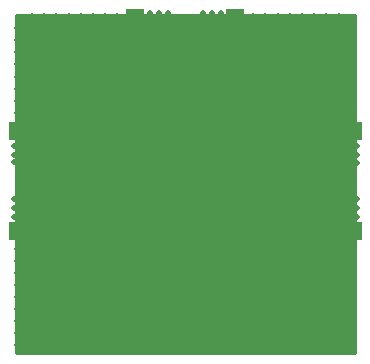
<source format=gbr>
%TF.GenerationSoftware,KiCad,Pcbnew,5.1.7*%
%TF.CreationDate,2020-12-16T02:54:48+00:00*%
%TF.ProjectId,HMC447LC3,484d4334-3437-44c4-9333-2e6b69636164,rev?*%
%TF.SameCoordinates,Original*%
%TF.FileFunction,Copper,L4,Bot*%
%TF.FilePolarity,Positive*%
%FSLAX46Y46*%
G04 Gerber Fmt 4.6, Leading zero omitted, Abs format (unit mm)*
G04 Created by KiCad (PCBNEW 5.1.7) date 2020-12-16 02:54:48*
%MOMM*%
%LPD*%
G01*
G04 APERTURE LIST*
%TA.AperFunction,SMDPad,CuDef*%
%ADD10R,5.080000X1.500000*%
%TD*%
%TA.AperFunction,SMDPad,CuDef*%
%ADD11R,1.500000X5.080000*%
%TD*%
%TA.AperFunction,ViaPad*%
%ADD12C,0.500000*%
%TD*%
%TA.AperFunction,Conductor*%
%ADD13C,0.254000*%
%TD*%
%TA.AperFunction,Conductor*%
%ADD14C,0.100000*%
%TD*%
G04 APERTURE END LIST*
D10*
%TO.P,J1,2*%
%TO.N,GND*%
X137600000Y-98000000D03*
X137600000Y-89500000D03*
%TD*%
%TO.P,J2,2*%
%TO.N,GND*%
X162400000Y-98000000D03*
X162400000Y-89500000D03*
%TD*%
D11*
%TO.P,J3,2*%
%TO.N,GND*%
X145750000Y-81700000D03*
X154250000Y-81700000D03*
%TD*%
D12*
%TO.N,GND*%
X149550000Y-93050000D03*
X149550000Y-93950000D03*
X150450000Y-93950000D03*
X150000000Y-93500000D03*
X150450000Y-93050000D03*
X152250000Y-84250000D03*
X151600000Y-95450000D03*
X151000000Y-95700000D03*
X150350000Y-95700000D03*
X149700000Y-95700000D03*
X149050000Y-95700000D03*
X135500000Y-95250000D03*
X136250000Y-95250000D03*
X137000000Y-95250000D03*
X137750000Y-95250000D03*
X138500000Y-95250000D03*
X139250000Y-95250000D03*
X140000000Y-95250000D03*
X140750000Y-95250000D03*
X164500000Y-95250000D03*
X163750000Y-95250000D03*
X163000000Y-95250000D03*
X162250000Y-95250000D03*
X161500000Y-95250000D03*
X160750000Y-95250000D03*
X160000000Y-95250000D03*
X159250000Y-95250000D03*
X152600000Y-95950000D03*
X135500000Y-96000000D03*
X135500000Y-96750000D03*
X135500000Y-92150000D03*
X135500000Y-91500000D03*
X135500000Y-90750000D03*
X136250000Y-90750000D03*
X137000000Y-90750000D03*
X136250000Y-92150000D03*
X137000000Y-92150000D03*
X137750000Y-92150000D03*
X138500000Y-92150000D03*
X139250000Y-92150000D03*
X140000000Y-92150000D03*
X140750000Y-92300000D03*
X159250000Y-92250000D03*
X160000000Y-92250000D03*
X160750000Y-92250000D03*
X161500000Y-92250000D03*
X162250000Y-92250000D03*
X163000000Y-92250000D03*
X163750000Y-92250000D03*
X164500000Y-92250000D03*
X164500000Y-91500000D03*
X164500000Y-90750000D03*
X163750000Y-90750000D03*
X163000000Y-90750000D03*
X162250000Y-90750000D03*
X161500000Y-90750000D03*
X160750000Y-90750000D03*
X160000000Y-90750000D03*
X164500000Y-96000000D03*
X164500000Y-96750000D03*
X163750000Y-96750000D03*
X163000000Y-96750000D03*
X162250000Y-96750000D03*
X161500000Y-96750000D03*
X160750000Y-96750000D03*
X160000000Y-96750000D03*
X137750000Y-90750000D03*
X138500000Y-90750000D03*
X139250000Y-90750000D03*
X140000000Y-90750000D03*
X136250000Y-96750000D03*
X137000000Y-96750000D03*
X137750000Y-96750000D03*
X138500000Y-96750000D03*
X139250000Y-96750000D03*
X140000000Y-96750000D03*
X164250000Y-86966537D03*
X164250000Y-85933075D03*
X164250000Y-84899612D03*
X164250000Y-83866150D03*
X164250000Y-82832687D03*
X164250000Y-81799225D03*
X164250000Y-80765763D03*
X164005091Y-79819967D03*
X162984236Y-79750000D03*
X161950774Y-79750000D03*
X160917312Y-79750000D03*
X159883849Y-79750000D03*
X158850387Y-79750000D03*
X157816924Y-79750000D03*
X156783462Y-79750000D03*
X164250000Y-88000000D03*
X155750000Y-79750000D03*
X156821428Y-80750000D03*
X157892857Y-80750000D03*
X158964285Y-80750000D03*
X160035714Y-80750000D03*
X161107142Y-80750000D03*
X162178571Y-80750000D03*
X163250000Y-81785714D03*
X163250000Y-82821428D03*
X163250000Y-83857142D03*
X163250000Y-84892857D03*
X163250000Y-85928571D03*
X163250000Y-86964285D03*
X155750000Y-80750000D03*
X163250000Y-80750000D03*
X163250000Y-88000000D03*
X136750000Y-86964285D03*
X136750000Y-85928571D03*
X136750000Y-84892857D03*
X136750000Y-83857142D03*
X136750000Y-82821428D03*
X136750000Y-81785714D03*
X137821428Y-80750000D03*
X138892857Y-80750000D03*
X139964285Y-80750000D03*
X141035714Y-80750000D03*
X142107142Y-80750000D03*
X143178571Y-80750000D03*
X136750000Y-88000000D03*
X136750000Y-80750000D03*
X144250000Y-80750000D03*
X143216537Y-79750000D03*
X142183075Y-79750000D03*
X141149612Y-79750000D03*
X140116150Y-79750000D03*
X139082687Y-79750000D03*
X138049225Y-79750000D03*
X137015763Y-79750000D03*
X135994908Y-79819967D03*
X135750000Y-80765763D03*
X135750000Y-81799225D03*
X135750000Y-82832687D03*
X135750000Y-83866150D03*
X135750000Y-84899612D03*
X135750000Y-85933075D03*
X135750000Y-86966537D03*
X144250000Y-79750000D03*
X135750000Y-88000000D03*
X135750000Y-100512684D03*
X135750000Y-101525368D03*
X135750000Y-102538053D03*
X135750000Y-103550737D03*
X135750000Y-104563421D03*
X135750000Y-105576106D03*
X135750000Y-106588790D03*
X135750000Y-107601475D03*
X136328760Y-108250000D03*
X137341445Y-108250000D03*
X138354129Y-108250000D03*
X139366814Y-108250000D03*
X140379498Y-108250000D03*
X141392182Y-108250000D03*
X142404867Y-108250000D03*
X143417551Y-108250000D03*
X144430235Y-108250000D03*
X145442920Y-108250000D03*
X146455604Y-108250000D03*
X147468289Y-108250000D03*
X148480973Y-108250000D03*
X149493657Y-108250000D03*
X150506342Y-108250000D03*
X151519026Y-108250000D03*
X152531710Y-108250000D03*
X153544395Y-108250000D03*
X154557079Y-108250000D03*
X155569764Y-108250000D03*
X156582448Y-108250000D03*
X157595132Y-108250000D03*
X158607817Y-108250000D03*
X159620501Y-108250000D03*
X160633185Y-108250000D03*
X161645870Y-108250000D03*
X162658554Y-108250000D03*
X163671239Y-108250000D03*
X164250000Y-107601475D03*
X164250000Y-106588790D03*
X164250000Y-105576106D03*
X164250000Y-104563421D03*
X164250000Y-103550737D03*
X164250000Y-102538053D03*
X164250000Y-101525368D03*
X164250000Y-100512684D03*
X135750000Y-99500000D03*
X164250000Y-99500000D03*
X163250000Y-100607142D03*
X163250000Y-101714285D03*
X163250000Y-102821428D03*
X163250000Y-103928571D03*
X163250000Y-105035714D03*
X163250000Y-106142857D03*
X162230769Y-107250000D03*
X161211538Y-107250000D03*
X160192307Y-107250000D03*
X159173076Y-107250000D03*
X158153846Y-107250000D03*
X157134615Y-107250000D03*
X156115384Y-107250000D03*
X155096153Y-107250000D03*
X154076923Y-107250000D03*
X153057692Y-107250000D03*
X152038461Y-107250000D03*
X151019230Y-107250000D03*
X150000000Y-107250000D03*
X148980769Y-107250000D03*
X147961538Y-107250000D03*
X146942307Y-107250000D03*
X145923076Y-107250000D03*
X144903846Y-107250000D03*
X143884615Y-107250000D03*
X142865384Y-107250000D03*
X141846153Y-107250000D03*
X140826923Y-107250000D03*
X139807692Y-107250000D03*
X138788461Y-107250000D03*
X137769230Y-107250000D03*
X136750000Y-106142857D03*
X136750000Y-105035714D03*
X136750000Y-103928571D03*
X136750000Y-102821428D03*
X136750000Y-101714285D03*
X136750000Y-100607142D03*
X163250000Y-99500000D03*
X163250000Y-107250000D03*
X136750000Y-107250000D03*
X136750000Y-99500000D03*
X144250000Y-81750000D03*
X144250000Y-82750000D03*
X144250000Y-83750000D03*
X144250000Y-84750000D03*
X145250000Y-84750000D03*
X146250000Y-84500000D03*
X147000000Y-84000000D03*
X147000000Y-83250000D03*
X147000000Y-82500000D03*
X147000000Y-81750000D03*
X147000000Y-81000000D03*
X147000000Y-80250000D03*
X147000000Y-79500000D03*
X147750000Y-79500000D03*
X148500000Y-79500000D03*
X148500000Y-80250000D03*
X148500000Y-81000000D03*
X148500000Y-81750000D03*
X148500000Y-82500000D03*
X148500000Y-83250000D03*
X148500000Y-84000000D03*
X147750000Y-84250000D03*
X155750000Y-81750000D03*
X155750000Y-82750000D03*
X155750000Y-83750000D03*
X153000000Y-84000000D03*
X153000000Y-83250000D03*
X153000000Y-82500000D03*
X153000000Y-81750000D03*
X153000000Y-81000000D03*
X153000000Y-80250000D03*
X153000000Y-79500000D03*
X152250000Y-79500000D03*
X151500000Y-79500000D03*
X151500000Y-80250000D03*
X151500000Y-81000000D03*
X151500000Y-81750000D03*
X151500000Y-82500000D03*
X151500000Y-83250000D03*
X151500000Y-84000000D03*
X138404999Y-85654999D03*
X138404999Y-99654999D03*
X139804999Y-87754999D03*
X140504999Y-101054999D03*
X141204999Y-98254999D03*
X141204999Y-103854999D03*
X141904999Y-85654999D03*
X141904999Y-89154999D03*
X142604999Y-82154999D03*
X142604999Y-105954999D03*
X143304999Y-96854999D03*
X143304999Y-100354999D03*
X144004999Y-103154999D03*
X145404999Y-98254999D03*
X145404999Y-105254999D03*
X146104999Y-101054999D03*
X147504999Y-103154999D03*
X148204999Y-98954999D03*
X148204999Y-105954999D03*
X149604999Y-101054999D03*
X150304999Y-103854999D03*
X151004999Y-98254999D03*
X151704999Y-105954999D03*
X152404999Y-100354999D03*
X153104999Y-96854999D03*
X153104999Y-103154999D03*
X154504999Y-98954999D03*
X154504999Y-105254999D03*
X155204999Y-101754999D03*
X156604999Y-96854999D03*
X156604999Y-103854999D03*
X157304999Y-82154999D03*
X157304999Y-99654999D03*
X158004999Y-105954999D03*
X158704999Y-84254999D03*
X158704999Y-101754999D03*
X160104999Y-86354999D03*
X160804999Y-99654999D03*
X144250000Y-87000000D03*
X144000000Y-90500000D03*
X146250000Y-88500000D03*
X158200000Y-89600000D03*
X162000000Y-101800000D03*
X141200000Y-92650000D03*
X141900000Y-92650000D03*
X142600000Y-92700000D03*
X143300000Y-92850000D03*
X144000000Y-92850000D03*
X144700000Y-92850000D03*
X145400000Y-92850000D03*
X146100000Y-92850000D03*
X141200000Y-94850000D03*
X141900000Y-94850000D03*
X142600000Y-94800000D03*
X143300000Y-94650000D03*
X144000000Y-94650000D03*
X144700000Y-94650000D03*
X145400000Y-94650000D03*
X146100000Y-94650000D03*
X146800000Y-94650000D03*
X147500000Y-94650000D03*
X148000000Y-95000000D03*
X158800000Y-92650000D03*
X158100000Y-92650000D03*
X157400000Y-92700000D03*
X156700000Y-92850000D03*
X156000000Y-92850000D03*
X155300000Y-92850000D03*
X154600000Y-92850000D03*
X153875000Y-92850000D03*
X153175000Y-92850000D03*
X152500000Y-92850000D03*
X148450000Y-95450000D03*
X158800000Y-94850000D03*
X158100000Y-94850000D03*
X157400000Y-94800000D03*
X156700000Y-94650000D03*
X156000000Y-94650000D03*
X155300000Y-94650000D03*
X154600000Y-94650000D03*
X153900000Y-94650000D03*
X153200000Y-94650000D03*
X152500000Y-94650000D03*
X152000000Y-95000000D03*
X156400000Y-91800000D03*
X147500000Y-92850000D03*
X146800000Y-92850000D03*
X146000000Y-91750000D03*
X157400000Y-86850000D03*
X162400000Y-87700000D03*
X159200000Y-87800000D03*
X153750000Y-84500000D03*
X155750000Y-84750000D03*
X154750000Y-84750000D03*
X149000000Y-84750000D03*
X148750000Y-85500000D03*
X148750000Y-86250000D03*
X149000000Y-87000000D03*
X149000000Y-87750000D03*
X149000000Y-88500000D03*
X149000000Y-89250000D03*
X149000000Y-90000000D03*
X149000000Y-90750000D03*
X148750000Y-91500000D03*
X148250000Y-92000000D03*
X151250000Y-91500000D03*
X151750000Y-92000000D03*
X151750000Y-91000000D03*
X151750000Y-90250000D03*
X152500000Y-90250000D03*
X152500000Y-89500000D03*
X152500000Y-88750000D03*
X152500000Y-88000000D03*
X153000000Y-87500000D03*
X154000000Y-86750000D03*
X154000000Y-86000000D03*
X154000000Y-85250000D03*
X151000000Y-87500000D03*
X151500000Y-88000000D03*
X152000000Y-87500000D03*
X156250000Y-88500000D03*
X155000000Y-90250000D03*
X154500000Y-87250000D03*
X156000000Y-86000000D03*
X146500000Y-85500000D03*
X148000000Y-90250000D03*
X147000000Y-96850000D03*
X153750000Y-87500000D03*
%TD*%
D13*
%TO.N,GND*%
X164340000Y-108340000D02*
X135660000Y-108340000D01*
X135660000Y-79660000D01*
X164340001Y-79660000D01*
X164340000Y-108340000D01*
%TA.AperFunction,Conductor*%
D14*
G36*
X164340000Y-108340000D02*
G01*
X135660000Y-108340000D01*
X135660000Y-79660000D01*
X164340001Y-79660000D01*
X164340000Y-108340000D01*
G37*
%TD.AperFunction*%
%TD*%
M02*

</source>
